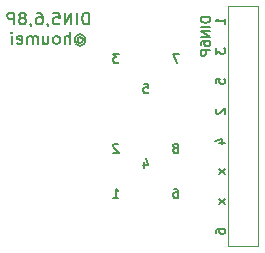
<source format=gbo>
G04 #@! TF.GenerationSoftware,KiCad,Pcbnew,(5.1.8)-1*
G04 #@! TF.CreationDate,2022-10-25T22:50:26+09:00*
G04 #@! TF.ProjectId,DIN8,44494e38-2e6b-4696-9361-645f70636258,rev?*
G04 #@! TF.SameCoordinates,PX48ab840PY9765530*
G04 #@! TF.FileFunction,Legend,Bot*
G04 #@! TF.FilePolarity,Positive*
%FSLAX46Y46*%
G04 Gerber Fmt 4.6, Leading zero omitted, Abs format (unit mm)*
G04 Created by KiCad (PCBNEW (5.1.8)-1) date 2022-10-25 22:50:26*
%MOMM*%
%LPD*%
G01*
G04 APERTURE LIST*
%ADD10C,0.150000*%
%ADD11C,0.120000*%
G04 APERTURE END LIST*
D10*
X10413571Y19422620D02*
X10413571Y20422620D01*
X10175476Y20422620D01*
X10032619Y20375000D01*
X9937380Y20279762D01*
X9889761Y20184524D01*
X9842142Y19994048D01*
X9842142Y19851191D01*
X9889761Y19660715D01*
X9937380Y19565477D01*
X10032619Y19470239D01*
X10175476Y19422620D01*
X10413571Y19422620D01*
X9413571Y19422620D02*
X9413571Y20422620D01*
X8937380Y19422620D02*
X8937380Y20422620D01*
X8365952Y19422620D01*
X8365952Y20422620D01*
X7413571Y20422620D02*
X7889761Y20422620D01*
X7937380Y19946429D01*
X7889761Y19994048D01*
X7794523Y20041667D01*
X7556428Y20041667D01*
X7461190Y19994048D01*
X7413571Y19946429D01*
X7365952Y19851191D01*
X7365952Y19613096D01*
X7413571Y19517858D01*
X7461190Y19470239D01*
X7556428Y19422620D01*
X7794523Y19422620D01*
X7889761Y19470239D01*
X7937380Y19517858D01*
X6889761Y19470239D02*
X6889761Y19422620D01*
X6937380Y19327381D01*
X6985000Y19279762D01*
X6032619Y20422620D02*
X6223095Y20422620D01*
X6318333Y20375000D01*
X6365952Y20327381D01*
X6461190Y20184524D01*
X6508809Y19994048D01*
X6508809Y19613096D01*
X6461190Y19517858D01*
X6413571Y19470239D01*
X6318333Y19422620D01*
X6127857Y19422620D01*
X6032619Y19470239D01*
X5985000Y19517858D01*
X5937380Y19613096D01*
X5937380Y19851191D01*
X5985000Y19946429D01*
X6032619Y19994048D01*
X6127857Y20041667D01*
X6318333Y20041667D01*
X6413571Y19994048D01*
X6461190Y19946429D01*
X6508809Y19851191D01*
X5461190Y19470239D02*
X5461190Y19422620D01*
X5508809Y19327381D01*
X5556428Y19279762D01*
X4889761Y19994048D02*
X4985000Y20041667D01*
X5032619Y20089286D01*
X5080238Y20184524D01*
X5080238Y20232143D01*
X5032619Y20327381D01*
X4985000Y20375000D01*
X4889761Y20422620D01*
X4699285Y20422620D01*
X4604047Y20375000D01*
X4556428Y20327381D01*
X4508809Y20232143D01*
X4508809Y20184524D01*
X4556428Y20089286D01*
X4604047Y20041667D01*
X4699285Y19994048D01*
X4889761Y19994048D01*
X4985000Y19946429D01*
X5032619Y19898810D01*
X5080238Y19803572D01*
X5080238Y19613096D01*
X5032619Y19517858D01*
X4985000Y19470239D01*
X4889761Y19422620D01*
X4699285Y19422620D01*
X4604047Y19470239D01*
X4556428Y19517858D01*
X4508809Y19613096D01*
X4508809Y19803572D01*
X4556428Y19898810D01*
X4604047Y19946429D01*
X4699285Y19994048D01*
X4080238Y19422620D02*
X4080238Y20422620D01*
X3699285Y20422620D01*
X3604047Y20375000D01*
X3556428Y20327381D01*
X3508809Y20232143D01*
X3508809Y20089286D01*
X3556428Y19994048D01*
X3604047Y19946429D01*
X3699285Y19898810D01*
X4080238Y19898810D01*
X9461190Y18248810D02*
X9508809Y18296429D01*
X9604047Y18344048D01*
X9699285Y18344048D01*
X9794523Y18296429D01*
X9842142Y18248810D01*
X9889761Y18153572D01*
X9889761Y18058334D01*
X9842142Y17963096D01*
X9794523Y17915477D01*
X9699285Y17867858D01*
X9604047Y17867858D01*
X9508809Y17915477D01*
X9461190Y17963096D01*
X9461190Y18344048D02*
X9461190Y17963096D01*
X9413571Y17915477D01*
X9365952Y17915477D01*
X9270714Y17963096D01*
X9223095Y18058334D01*
X9223095Y18296429D01*
X9318333Y18439286D01*
X9461190Y18534524D01*
X9651666Y18582143D01*
X9842142Y18534524D01*
X9985000Y18439286D01*
X10080238Y18296429D01*
X10127857Y18105953D01*
X10080238Y17915477D01*
X9985000Y17772620D01*
X9842142Y17677381D01*
X9651666Y17629762D01*
X9461190Y17677381D01*
X9318333Y17772620D01*
X8794523Y17772620D02*
X8794523Y18772620D01*
X8365952Y17772620D02*
X8365952Y18296429D01*
X8413571Y18391667D01*
X8508809Y18439286D01*
X8651666Y18439286D01*
X8746904Y18391667D01*
X8794523Y18344048D01*
X7746904Y17772620D02*
X7842142Y17820239D01*
X7889761Y17867858D01*
X7937380Y17963096D01*
X7937380Y18248810D01*
X7889761Y18344048D01*
X7842142Y18391667D01*
X7746904Y18439286D01*
X7604047Y18439286D01*
X7508809Y18391667D01*
X7461190Y18344048D01*
X7413571Y18248810D01*
X7413571Y17963096D01*
X7461190Y17867858D01*
X7508809Y17820239D01*
X7604047Y17772620D01*
X7746904Y17772620D01*
X6556428Y18439286D02*
X6556428Y17772620D01*
X6985000Y18439286D02*
X6985000Y17915477D01*
X6937380Y17820239D01*
X6842142Y17772620D01*
X6699285Y17772620D01*
X6604047Y17820239D01*
X6556428Y17867858D01*
X6080238Y17772620D02*
X6080238Y18439286D01*
X6080238Y18344048D02*
X6032619Y18391667D01*
X5937380Y18439286D01*
X5794523Y18439286D01*
X5699285Y18391667D01*
X5651666Y18296429D01*
X5651666Y17772620D01*
X5651666Y18296429D02*
X5604047Y18391667D01*
X5508809Y18439286D01*
X5365952Y18439286D01*
X5270714Y18391667D01*
X5223095Y18296429D01*
X5223095Y17772620D01*
X4365952Y17820239D02*
X4461190Y17772620D01*
X4651666Y17772620D01*
X4746904Y17820239D01*
X4794523Y17915477D01*
X4794523Y18296429D01*
X4746904Y18391667D01*
X4651666Y18439286D01*
X4461190Y18439286D01*
X4365952Y18391667D01*
X4318333Y18296429D01*
X4318333Y18201191D01*
X4794523Y18105953D01*
X3889761Y17772620D02*
X3889761Y18439286D01*
X3889761Y18772620D02*
X3937380Y18725000D01*
X3889761Y18677381D01*
X3842142Y18725000D01*
X3889761Y18772620D01*
X3889761Y18677381D01*
X15087619Y7791429D02*
X15087619Y7258096D01*
X15278095Y8096191D02*
X15468571Y7524762D01*
X14973333Y7524762D01*
X17627619Y5518096D02*
X17780000Y5518096D01*
X17856190Y5480000D01*
X17894285Y5441905D01*
X17970476Y5327620D01*
X18008571Y5175239D01*
X18008571Y4870477D01*
X17970476Y4794286D01*
X17932380Y4756191D01*
X17856190Y4718096D01*
X17703809Y4718096D01*
X17627619Y4756191D01*
X17589523Y4794286D01*
X17551428Y4870477D01*
X17551428Y5060953D01*
X17589523Y5137143D01*
X17627619Y5175239D01*
X17703809Y5213334D01*
X17856190Y5213334D01*
X17932380Y5175239D01*
X17970476Y5137143D01*
X18008571Y5060953D01*
X12471428Y4718096D02*
X12928571Y4718096D01*
X12700000Y4718096D02*
X12700000Y5518096D01*
X12776190Y5403810D01*
X12852380Y5327620D01*
X12928571Y5289524D01*
X17856190Y8985239D02*
X17932380Y9023334D01*
X17970476Y9061429D01*
X18008571Y9137620D01*
X18008571Y9175715D01*
X17970476Y9251905D01*
X17932380Y9290000D01*
X17856190Y9328096D01*
X17703809Y9328096D01*
X17627619Y9290000D01*
X17589523Y9251905D01*
X17551428Y9175715D01*
X17551428Y9137620D01*
X17589523Y9061429D01*
X17627619Y9023334D01*
X17703809Y8985239D01*
X17856190Y8985239D01*
X17932380Y8947143D01*
X17970476Y8909048D01*
X18008571Y8832858D01*
X18008571Y8680477D01*
X17970476Y8604286D01*
X17932380Y8566191D01*
X17856190Y8528096D01*
X17703809Y8528096D01*
X17627619Y8566191D01*
X17589523Y8604286D01*
X17551428Y8680477D01*
X17551428Y8832858D01*
X17589523Y8909048D01*
X17627619Y8947143D01*
X17703809Y8985239D01*
X12928571Y9251905D02*
X12890476Y9290000D01*
X12814285Y9328096D01*
X12623809Y9328096D01*
X12547619Y9290000D01*
X12509523Y9251905D01*
X12471428Y9175715D01*
X12471428Y9099524D01*
X12509523Y8985239D01*
X12966666Y8528096D01*
X12471428Y8528096D01*
X15049523Y14408096D02*
X15430476Y14408096D01*
X15468571Y14027143D01*
X15430476Y14065239D01*
X15354285Y14103334D01*
X15163809Y14103334D01*
X15087619Y14065239D01*
X15049523Y14027143D01*
X15011428Y13950953D01*
X15011428Y13760477D01*
X15049523Y13684286D01*
X15087619Y13646191D01*
X15163809Y13608096D01*
X15354285Y13608096D01*
X15430476Y13646191D01*
X15468571Y13684286D01*
X18046666Y16948096D02*
X17513333Y16948096D01*
X17856190Y16148096D01*
X12966666Y16948096D02*
X12471428Y16948096D01*
X12738095Y16643334D01*
X12623809Y16643334D01*
X12547619Y16605239D01*
X12509523Y16567143D01*
X12471428Y16490953D01*
X12471428Y16300477D01*
X12509523Y16224286D01*
X12547619Y16186191D01*
X12623809Y16148096D01*
X12852380Y16148096D01*
X12928571Y16186191D01*
X12966666Y16224286D01*
X20681904Y20015000D02*
X19881904Y20015000D01*
X19881904Y19824524D01*
X19920000Y19710239D01*
X19996190Y19634048D01*
X20072380Y19595953D01*
X20224761Y19557858D01*
X20339047Y19557858D01*
X20491428Y19595953D01*
X20567619Y19634048D01*
X20643809Y19710239D01*
X20681904Y19824524D01*
X20681904Y20015000D01*
X20681904Y19215000D02*
X19881904Y19215000D01*
X20681904Y18834048D02*
X19881904Y18834048D01*
X20681904Y18376905D01*
X19881904Y18376905D01*
X19881904Y17653096D02*
X19881904Y17805477D01*
X19920000Y17881667D01*
X19958095Y17919762D01*
X20072380Y17995953D01*
X20224761Y18034048D01*
X20529523Y18034048D01*
X20605714Y17995953D01*
X20643809Y17957858D01*
X20681904Y17881667D01*
X20681904Y17729286D01*
X20643809Y17653096D01*
X20605714Y17615000D01*
X20529523Y17576905D01*
X20339047Y17576905D01*
X20262857Y17615000D01*
X20224761Y17653096D01*
X20186666Y17729286D01*
X20186666Y17881667D01*
X20224761Y17957858D01*
X20262857Y17995953D01*
X20339047Y18034048D01*
X20681904Y17234048D02*
X19881904Y17234048D01*
X19881904Y16929286D01*
X19920000Y16853096D01*
X19958095Y16815000D01*
X20034285Y16776905D01*
X20148571Y16776905D01*
X20224761Y16815000D01*
X20262857Y16853096D01*
X20300952Y16929286D01*
X20300952Y17234048D01*
D11*
X22225000Y635000D02*
X22225000Y20955000D01*
X24765000Y635000D02*
X22225000Y635000D01*
X24765000Y20955000D02*
X24765000Y635000D01*
X22225000Y20955000D02*
X24765000Y20955000D01*
D10*
X21951904Y7194524D02*
X21418571Y6775477D01*
X21418571Y7194524D02*
X21951904Y6775477D01*
X21951904Y4654524D02*
X21418571Y4235477D01*
X21418571Y4654524D02*
X21951904Y4235477D01*
X21151904Y1752620D02*
X21151904Y1905000D01*
X21190000Y1981191D01*
X21228095Y2019286D01*
X21342380Y2095477D01*
X21494761Y2133572D01*
X21799523Y2133572D01*
X21875714Y2095477D01*
X21913809Y2057381D01*
X21951904Y1981191D01*
X21951904Y1828810D01*
X21913809Y1752620D01*
X21875714Y1714524D01*
X21799523Y1676429D01*
X21609047Y1676429D01*
X21532857Y1714524D01*
X21494761Y1752620D01*
X21456666Y1828810D01*
X21456666Y1981191D01*
X21494761Y2057381D01*
X21532857Y2095477D01*
X21609047Y2133572D01*
X21418571Y9372620D02*
X21951904Y9372620D01*
X21113809Y9563096D02*
X21685238Y9753572D01*
X21685238Y9258334D01*
X21228095Y12293572D02*
X21190000Y12255477D01*
X21151904Y12179286D01*
X21151904Y11988810D01*
X21190000Y11912620D01*
X21228095Y11874524D01*
X21304285Y11836429D01*
X21380476Y11836429D01*
X21494761Y11874524D01*
X21951904Y12331667D01*
X21951904Y11836429D01*
X21151904Y14414524D02*
X21151904Y14795477D01*
X21532857Y14833572D01*
X21494761Y14795477D01*
X21456666Y14719286D01*
X21456666Y14528810D01*
X21494761Y14452620D01*
X21532857Y14414524D01*
X21609047Y14376429D01*
X21799523Y14376429D01*
X21875714Y14414524D01*
X21913809Y14452620D01*
X21951904Y14528810D01*
X21951904Y14719286D01*
X21913809Y14795477D01*
X21875714Y14833572D01*
X21151904Y17411667D02*
X21151904Y16916429D01*
X21456666Y17183096D01*
X21456666Y17068810D01*
X21494761Y16992620D01*
X21532857Y16954524D01*
X21609047Y16916429D01*
X21799523Y16916429D01*
X21875714Y16954524D01*
X21913809Y16992620D01*
X21951904Y17068810D01*
X21951904Y17297381D01*
X21913809Y17373572D01*
X21875714Y17411667D01*
X21951904Y19456429D02*
X21951904Y19913572D01*
X21951904Y19685000D02*
X21151904Y19685000D01*
X21266190Y19761191D01*
X21342380Y19837381D01*
X21380476Y19913572D01*
M02*

</source>
